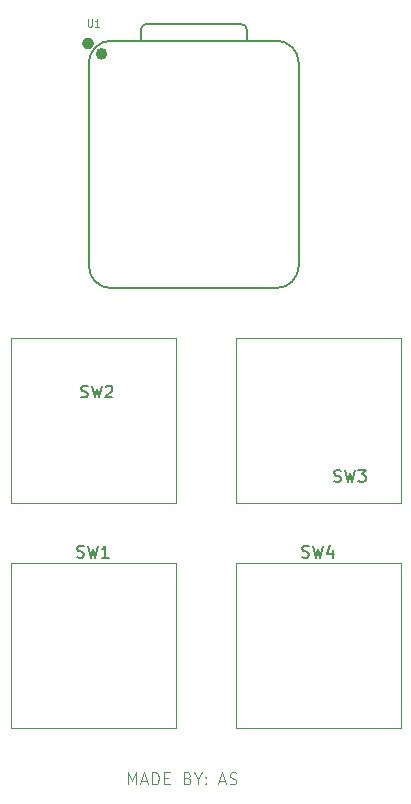
<source format=gbr>
%TF.GenerationSoftware,KiCad,Pcbnew,9.0.3*%
%TF.CreationDate,2025-07-13T23:11:11-04:00*%
%TF.ProjectId,Hackapad,4861636b-6170-4616-942e-6b696361645f,rev?*%
%TF.SameCoordinates,Original*%
%TF.FileFunction,Legend,Top*%
%TF.FilePolarity,Positive*%
%FSLAX46Y46*%
G04 Gerber Fmt 4.6, Leading zero omitted, Abs format (unit mm)*
G04 Created by KiCad (PCBNEW 9.0.3) date 2025-07-13 23:11:11*
%MOMM*%
%LPD*%
G01*
G04 APERTURE LIST*
%ADD10C,0.100000*%
%ADD11C,0.150000*%
%ADD12C,0.101600*%
%ADD13C,0.120000*%
%ADD14C,0.127000*%
%ADD15C,0.504000*%
G04 APERTURE END LIST*
D10*
X64597634Y-87978669D02*
X64597634Y-86978669D01*
X64597634Y-86978669D02*
X64930967Y-87692954D01*
X64930967Y-87692954D02*
X65264300Y-86978669D01*
X65264300Y-86978669D02*
X65264300Y-87978669D01*
X65692872Y-87692954D02*
X66169062Y-87692954D01*
X65597634Y-87978669D02*
X65930967Y-86978669D01*
X65930967Y-86978669D02*
X66264300Y-87978669D01*
X66597634Y-87978669D02*
X66597634Y-86978669D01*
X66597634Y-86978669D02*
X66835729Y-86978669D01*
X66835729Y-86978669D02*
X66978586Y-87026288D01*
X66978586Y-87026288D02*
X67073824Y-87121526D01*
X67073824Y-87121526D02*
X67121443Y-87216764D01*
X67121443Y-87216764D02*
X67169062Y-87407240D01*
X67169062Y-87407240D02*
X67169062Y-87550097D01*
X67169062Y-87550097D02*
X67121443Y-87740573D01*
X67121443Y-87740573D02*
X67073824Y-87835811D01*
X67073824Y-87835811D02*
X66978586Y-87931050D01*
X66978586Y-87931050D02*
X66835729Y-87978669D01*
X66835729Y-87978669D02*
X66597634Y-87978669D01*
X67597634Y-87454859D02*
X67930967Y-87454859D01*
X68073824Y-87978669D02*
X67597634Y-87978669D01*
X67597634Y-87978669D02*
X67597634Y-86978669D01*
X67597634Y-86978669D02*
X68073824Y-86978669D01*
X69597634Y-87454859D02*
X69740491Y-87502478D01*
X69740491Y-87502478D02*
X69788110Y-87550097D01*
X69788110Y-87550097D02*
X69835729Y-87645335D01*
X69835729Y-87645335D02*
X69835729Y-87788192D01*
X69835729Y-87788192D02*
X69788110Y-87883430D01*
X69788110Y-87883430D02*
X69740491Y-87931050D01*
X69740491Y-87931050D02*
X69645253Y-87978669D01*
X69645253Y-87978669D02*
X69264301Y-87978669D01*
X69264301Y-87978669D02*
X69264301Y-86978669D01*
X69264301Y-86978669D02*
X69597634Y-86978669D01*
X69597634Y-86978669D02*
X69692872Y-87026288D01*
X69692872Y-87026288D02*
X69740491Y-87073907D01*
X69740491Y-87073907D02*
X69788110Y-87169145D01*
X69788110Y-87169145D02*
X69788110Y-87264383D01*
X69788110Y-87264383D02*
X69740491Y-87359621D01*
X69740491Y-87359621D02*
X69692872Y-87407240D01*
X69692872Y-87407240D02*
X69597634Y-87454859D01*
X69597634Y-87454859D02*
X69264301Y-87454859D01*
X70454777Y-87502478D02*
X70454777Y-87978669D01*
X70121444Y-86978669D02*
X70454777Y-87502478D01*
X70454777Y-87502478D02*
X70788110Y-86978669D01*
X71121444Y-87883430D02*
X71169063Y-87931050D01*
X71169063Y-87931050D02*
X71121444Y-87978669D01*
X71121444Y-87978669D02*
X71073825Y-87931050D01*
X71073825Y-87931050D02*
X71121444Y-87883430D01*
X71121444Y-87883430D02*
X71121444Y-87978669D01*
X71121444Y-87359621D02*
X71169063Y-87407240D01*
X71169063Y-87407240D02*
X71121444Y-87454859D01*
X71121444Y-87454859D02*
X71073825Y-87407240D01*
X71073825Y-87407240D02*
X71121444Y-87359621D01*
X71121444Y-87359621D02*
X71121444Y-87454859D01*
X72311920Y-87692954D02*
X72788110Y-87692954D01*
X72216682Y-87978669D02*
X72550015Y-86978669D01*
X72550015Y-86978669D02*
X72883348Y-87978669D01*
X73169063Y-87931050D02*
X73311920Y-87978669D01*
X73311920Y-87978669D02*
X73550015Y-87978669D01*
X73550015Y-87978669D02*
X73645253Y-87931050D01*
X73645253Y-87931050D02*
X73692872Y-87883430D01*
X73692872Y-87883430D02*
X73740491Y-87788192D01*
X73740491Y-87788192D02*
X73740491Y-87692954D01*
X73740491Y-87692954D02*
X73692872Y-87597716D01*
X73692872Y-87597716D02*
X73645253Y-87550097D01*
X73645253Y-87550097D02*
X73550015Y-87502478D01*
X73550015Y-87502478D02*
X73359539Y-87454859D01*
X73359539Y-87454859D02*
X73264301Y-87407240D01*
X73264301Y-87407240D02*
X73216682Y-87359621D01*
X73216682Y-87359621D02*
X73169063Y-87264383D01*
X73169063Y-87264383D02*
X73169063Y-87169145D01*
X73169063Y-87169145D02*
X73216682Y-87073907D01*
X73216682Y-87073907D02*
X73264301Y-87026288D01*
X73264301Y-87026288D02*
X73359539Y-86978669D01*
X73359539Y-86978669D02*
X73597634Y-86978669D01*
X73597634Y-86978669D02*
X73740491Y-87026288D01*
D11*
X60261667Y-68733200D02*
X60404524Y-68780819D01*
X60404524Y-68780819D02*
X60642619Y-68780819D01*
X60642619Y-68780819D02*
X60737857Y-68733200D01*
X60737857Y-68733200D02*
X60785476Y-68685580D01*
X60785476Y-68685580D02*
X60833095Y-68590342D01*
X60833095Y-68590342D02*
X60833095Y-68495104D01*
X60833095Y-68495104D02*
X60785476Y-68399866D01*
X60785476Y-68399866D02*
X60737857Y-68352247D01*
X60737857Y-68352247D02*
X60642619Y-68304628D01*
X60642619Y-68304628D02*
X60452143Y-68257009D01*
X60452143Y-68257009D02*
X60356905Y-68209390D01*
X60356905Y-68209390D02*
X60309286Y-68161771D01*
X60309286Y-68161771D02*
X60261667Y-68066533D01*
X60261667Y-68066533D02*
X60261667Y-67971295D01*
X60261667Y-67971295D02*
X60309286Y-67876057D01*
X60309286Y-67876057D02*
X60356905Y-67828438D01*
X60356905Y-67828438D02*
X60452143Y-67780819D01*
X60452143Y-67780819D02*
X60690238Y-67780819D01*
X60690238Y-67780819D02*
X60833095Y-67828438D01*
X61166429Y-67780819D02*
X61404524Y-68780819D01*
X61404524Y-68780819D02*
X61595000Y-68066533D01*
X61595000Y-68066533D02*
X61785476Y-68780819D01*
X61785476Y-68780819D02*
X62023572Y-67780819D01*
X62928333Y-68780819D02*
X62356905Y-68780819D01*
X62642619Y-68780819D02*
X62642619Y-67780819D01*
X62642619Y-67780819D02*
X62547381Y-67923676D01*
X62547381Y-67923676D02*
X62452143Y-68018914D01*
X62452143Y-68018914D02*
X62356905Y-68066533D01*
D12*
X61142440Y-23213479D02*
X61142440Y-23727526D01*
X61142440Y-23727526D02*
X61172678Y-23788002D01*
X61172678Y-23788002D02*
X61202916Y-23818241D01*
X61202916Y-23818241D02*
X61263392Y-23848479D01*
X61263392Y-23848479D02*
X61384345Y-23848479D01*
X61384345Y-23848479D02*
X61444821Y-23818241D01*
X61444821Y-23818241D02*
X61475059Y-23788002D01*
X61475059Y-23788002D02*
X61505297Y-23727526D01*
X61505297Y-23727526D02*
X61505297Y-23213479D01*
X62140297Y-23848479D02*
X61777440Y-23848479D01*
X61958868Y-23848479D02*
X61958868Y-23213479D01*
X61958868Y-23213479D02*
X61898392Y-23304193D01*
X61898392Y-23304193D02*
X61837916Y-23364669D01*
X61837916Y-23364669D02*
X61777440Y-23394907D01*
D11*
X79311667Y-68733200D02*
X79454524Y-68780819D01*
X79454524Y-68780819D02*
X79692619Y-68780819D01*
X79692619Y-68780819D02*
X79787857Y-68733200D01*
X79787857Y-68733200D02*
X79835476Y-68685580D01*
X79835476Y-68685580D02*
X79883095Y-68590342D01*
X79883095Y-68590342D02*
X79883095Y-68495104D01*
X79883095Y-68495104D02*
X79835476Y-68399866D01*
X79835476Y-68399866D02*
X79787857Y-68352247D01*
X79787857Y-68352247D02*
X79692619Y-68304628D01*
X79692619Y-68304628D02*
X79502143Y-68257009D01*
X79502143Y-68257009D02*
X79406905Y-68209390D01*
X79406905Y-68209390D02*
X79359286Y-68161771D01*
X79359286Y-68161771D02*
X79311667Y-68066533D01*
X79311667Y-68066533D02*
X79311667Y-67971295D01*
X79311667Y-67971295D02*
X79359286Y-67876057D01*
X79359286Y-67876057D02*
X79406905Y-67828438D01*
X79406905Y-67828438D02*
X79502143Y-67780819D01*
X79502143Y-67780819D02*
X79740238Y-67780819D01*
X79740238Y-67780819D02*
X79883095Y-67828438D01*
X80216429Y-67780819D02*
X80454524Y-68780819D01*
X80454524Y-68780819D02*
X80645000Y-68066533D01*
X80645000Y-68066533D02*
X80835476Y-68780819D01*
X80835476Y-68780819D02*
X81073572Y-67780819D01*
X81883095Y-68114152D02*
X81883095Y-68780819D01*
X81645000Y-67733200D02*
X81406905Y-68447485D01*
X81406905Y-68447485D02*
X82025952Y-68447485D01*
X60579167Y-55175950D02*
X60722024Y-55223569D01*
X60722024Y-55223569D02*
X60960119Y-55223569D01*
X60960119Y-55223569D02*
X61055357Y-55175950D01*
X61055357Y-55175950D02*
X61102976Y-55128330D01*
X61102976Y-55128330D02*
X61150595Y-55033092D01*
X61150595Y-55033092D02*
X61150595Y-54937854D01*
X61150595Y-54937854D02*
X61102976Y-54842616D01*
X61102976Y-54842616D02*
X61055357Y-54794997D01*
X61055357Y-54794997D02*
X60960119Y-54747378D01*
X60960119Y-54747378D02*
X60769643Y-54699759D01*
X60769643Y-54699759D02*
X60674405Y-54652140D01*
X60674405Y-54652140D02*
X60626786Y-54604521D01*
X60626786Y-54604521D02*
X60579167Y-54509283D01*
X60579167Y-54509283D02*
X60579167Y-54414045D01*
X60579167Y-54414045D02*
X60626786Y-54318807D01*
X60626786Y-54318807D02*
X60674405Y-54271188D01*
X60674405Y-54271188D02*
X60769643Y-54223569D01*
X60769643Y-54223569D02*
X61007738Y-54223569D01*
X61007738Y-54223569D02*
X61150595Y-54271188D01*
X61483929Y-54223569D02*
X61722024Y-55223569D01*
X61722024Y-55223569D02*
X61912500Y-54509283D01*
X61912500Y-54509283D02*
X62102976Y-55223569D01*
X62102976Y-55223569D02*
X62341072Y-54223569D01*
X62674405Y-54318807D02*
X62722024Y-54271188D01*
X62722024Y-54271188D02*
X62817262Y-54223569D01*
X62817262Y-54223569D02*
X63055357Y-54223569D01*
X63055357Y-54223569D02*
X63150595Y-54271188D01*
X63150595Y-54271188D02*
X63198214Y-54318807D01*
X63198214Y-54318807D02*
X63245833Y-54414045D01*
X63245833Y-54414045D02*
X63245833Y-54509283D01*
X63245833Y-54509283D02*
X63198214Y-54652140D01*
X63198214Y-54652140D02*
X62626786Y-55223569D01*
X62626786Y-55223569D02*
X63245833Y-55223569D01*
X82010417Y-62319700D02*
X82153274Y-62367319D01*
X82153274Y-62367319D02*
X82391369Y-62367319D01*
X82391369Y-62367319D02*
X82486607Y-62319700D01*
X82486607Y-62319700D02*
X82534226Y-62272080D01*
X82534226Y-62272080D02*
X82581845Y-62176842D01*
X82581845Y-62176842D02*
X82581845Y-62081604D01*
X82581845Y-62081604D02*
X82534226Y-61986366D01*
X82534226Y-61986366D02*
X82486607Y-61938747D01*
X82486607Y-61938747D02*
X82391369Y-61891128D01*
X82391369Y-61891128D02*
X82200893Y-61843509D01*
X82200893Y-61843509D02*
X82105655Y-61795890D01*
X82105655Y-61795890D02*
X82058036Y-61748271D01*
X82058036Y-61748271D02*
X82010417Y-61653033D01*
X82010417Y-61653033D02*
X82010417Y-61557795D01*
X82010417Y-61557795D02*
X82058036Y-61462557D01*
X82058036Y-61462557D02*
X82105655Y-61414938D01*
X82105655Y-61414938D02*
X82200893Y-61367319D01*
X82200893Y-61367319D02*
X82438988Y-61367319D01*
X82438988Y-61367319D02*
X82581845Y-61414938D01*
X82915179Y-61367319D02*
X83153274Y-62367319D01*
X83153274Y-62367319D02*
X83343750Y-61653033D01*
X83343750Y-61653033D02*
X83534226Y-62367319D01*
X83534226Y-62367319D02*
X83772322Y-61367319D01*
X84058036Y-61367319D02*
X84677083Y-61367319D01*
X84677083Y-61367319D02*
X84343750Y-61748271D01*
X84343750Y-61748271D02*
X84486607Y-61748271D01*
X84486607Y-61748271D02*
X84581845Y-61795890D01*
X84581845Y-61795890D02*
X84629464Y-61843509D01*
X84629464Y-61843509D02*
X84677083Y-61938747D01*
X84677083Y-61938747D02*
X84677083Y-62176842D01*
X84677083Y-62176842D02*
X84629464Y-62272080D01*
X84629464Y-62272080D02*
X84581845Y-62319700D01*
X84581845Y-62319700D02*
X84486607Y-62367319D01*
X84486607Y-62367319D02*
X84200893Y-62367319D01*
X84200893Y-62367319D02*
X84105655Y-62319700D01*
X84105655Y-62319700D02*
X84058036Y-62272080D01*
D13*
%TO.C,SW1*%
X54610000Y-69215000D02*
X68580000Y-69215000D01*
X54610000Y-83185000D02*
X54610000Y-69215000D01*
X68580000Y-69215000D02*
X68580000Y-83185000D01*
X68580000Y-83185000D02*
X54610000Y-83185000D01*
D14*
%TO.C,U1*%
X61236250Y-44069000D02*
X61236250Y-26924000D01*
X63141250Y-45974000D02*
X77111250Y-45974000D01*
X65631250Y-25019000D02*
X65634978Y-24108728D01*
X66134978Y-23609000D02*
X74130250Y-23609000D01*
X74630250Y-24109000D02*
X74630250Y-25019000D01*
D10*
X77111250Y-25019000D02*
X63141250Y-25019000D01*
D14*
X77111250Y-25019000D02*
X63141250Y-25019000D01*
X79016250Y-44069000D02*
X79016250Y-26924000D01*
X61236250Y-26924000D02*
G75*
G02*
X63141250Y-25019000I1905001J-1D01*
G01*
X63141250Y-45974000D02*
G75*
G02*
X61236250Y-44069000I1J1905001D01*
G01*
X65634978Y-24108728D02*
G75*
G02*
X66134978Y-23609001I500018J-291D01*
G01*
X74130250Y-23609000D02*
G75*
G02*
X74630250Y-24109000I0J-500000D01*
G01*
X77111250Y-25019000D02*
G75*
G02*
X79016250Y-26924000I0J-1905000D01*
G01*
X79016250Y-44069000D02*
G75*
G02*
X77111250Y-45974000I-1905000J0D01*
G01*
D15*
X61428250Y-25260000D02*
G75*
G02*
X60924250Y-25260000I-252000J0D01*
G01*
X60924250Y-25260000D02*
G75*
G02*
X61428250Y-25260000I252000J0D01*
G01*
X62571250Y-26140000D02*
G75*
G02*
X62067250Y-26140000I-252000J0D01*
G01*
X62067250Y-26140000D02*
G75*
G02*
X62571250Y-26140000I252000J0D01*
G01*
D13*
%TO.C,SW4*%
X73660000Y-69215000D02*
X87630000Y-69215000D01*
X73660000Y-83185000D02*
X73660000Y-69215000D01*
X87630000Y-69215000D02*
X87630000Y-83185000D01*
X87630000Y-83185000D02*
X73660000Y-83185000D01*
%TO.C,SW2*%
X54610000Y-50165000D02*
X68580000Y-50165000D01*
X54610000Y-64135000D02*
X54610000Y-50165000D01*
X68580000Y-50165000D02*
X68580000Y-64135000D01*
X68580000Y-64135000D02*
X54610000Y-64135000D01*
%TO.C,SW3*%
X73660000Y-50165000D02*
X87630000Y-50165000D01*
X73660000Y-64135000D02*
X73660000Y-50165000D01*
X87630000Y-50165000D02*
X87630000Y-64135000D01*
X87630000Y-64135000D02*
X73660000Y-64135000D01*
%TD*%
M02*

</source>
